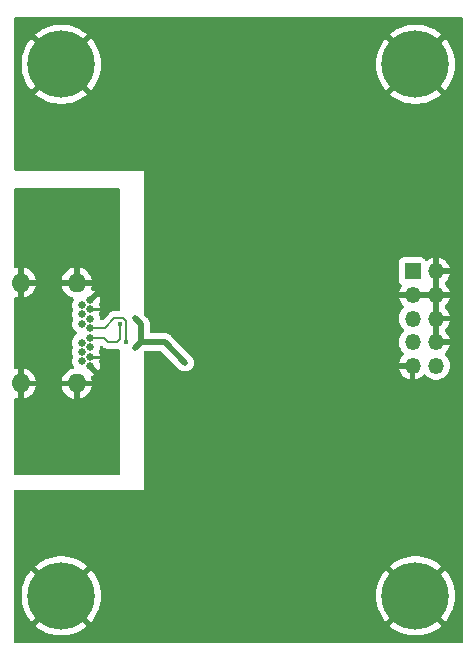
<source format=gbr>
%TF.GenerationSoftware,KiCad,Pcbnew,7.0.6-7.0.6~ubuntu22.04.1*%
%TF.CreationDate,2023-07-12T11:50:11+01:00*%
%TF.ProjectId,simple_2layer,73696d70-6c65-45f3-926c-617965722e6b,rev?*%
%TF.SameCoordinates,Original*%
%TF.FileFunction,Copper,L2,Bot*%
%TF.FilePolarity,Positive*%
%FSLAX46Y46*%
G04 Gerber Fmt 4.6, Leading zero omitted, Abs format (unit mm)*
G04 Created by KiCad (PCBNEW 7.0.6-7.0.6~ubuntu22.04.1) date 2023-07-12 11:50:11*
%MOMM*%
%LPD*%
G01*
G04 APERTURE LIST*
%TA.AperFunction,ComponentPad*%
%ADD10C,0.650000*%
%TD*%
%TA.AperFunction,ComponentPad*%
%ADD11O,1.600000X1.600000*%
%TD*%
%TA.AperFunction,ComponentPad*%
%ADD12C,3.600000*%
%TD*%
%TA.AperFunction,ConnectorPad*%
%ADD13C,5.700000*%
%TD*%
%TA.AperFunction,ComponentPad*%
%ADD14R,1.350000X1.350000*%
%TD*%
%TA.AperFunction,ComponentPad*%
%ADD15O,1.350000X1.350000*%
%TD*%
%TA.AperFunction,ViaPad*%
%ADD16C,0.400000*%
%TD*%
%TA.AperFunction,Conductor*%
%ADD17C,0.500000*%
%TD*%
%TA.AperFunction,Conductor*%
%ADD18C,0.200000*%
%TD*%
%TA.AperFunction,Conductor*%
%ADD19C,0.250000*%
%TD*%
G04 APERTURE END LIST*
D10*
%TO.P,J2,B3,TX2-*%
%TO.N,unconnected-(J2-TX2--PadB3)*%
X106760000Y-99350000D03*
%TO.P,J2,B8,SBU2*%
%TO.N,unconnected-(J2-SBU2-PadB8)*%
X106760000Y-96950000D03*
%TO.P,J2,B5,CC2*%
%TO.N,Net-(J2-CC2)*%
X106760000Y-98550000D03*
%TO.P,J2,B10,RX1-*%
%TO.N,unconnected-(J2-RX1--PadB10)*%
X106760000Y-96150000D03*
D11*
%TO.P,J2,S1,SHIELD*%
%TO.N,/Shield*%
X101580000Y-93480000D03*
D10*
%TO.P,J2,B1,GND*%
X107460000Y-100550000D03*
%TO.P,J2,B11,RX1+*%
%TO.N,unconnected-(J2-RX1+-PadB11)*%
X106760000Y-95350000D03*
%TO.P,J2,B7,D-*%
%TO.N,/D2-*%
X107460000Y-97350000D03*
D11*
%TO.P,J2,S1,SHIELD*%
%TO.N,/Shield*%
X106310000Y-102020000D03*
X101580000Y-102020000D03*
D10*
%TO.P,J2,B9,VBUS*%
%TO.N,Net-(U1-VUSB)*%
X107460000Y-96550000D03*
%TO.P,J2,B2,TX2+*%
%TO.N,unconnected-(J2-TX2+-PadB2)*%
X106760000Y-100150000D03*
%TO.P,J2,B12,GND*%
%TO.N,/Shield*%
X107460000Y-94950000D03*
%TO.P,J2,B4,VBUS*%
%TO.N,Net-(U1-VUSB)*%
X107460000Y-98950000D03*
%TO.P,J2,B6,D+*%
%TO.N,/D2+*%
X107460000Y-98150000D03*
%TO.P,J2,S1,SHIELD*%
%TO.N,/Shield*%
X107460000Y-95750000D03*
D11*
X106310000Y-93480000D03*
D10*
X107460000Y-99750000D03*
%TD*%
D12*
%TO.P,H3,1,1*%
%TO.N,GND*%
X105000000Y-120000000D03*
D13*
X105000000Y-120000000D03*
%TD*%
D12*
%TO.P,H2,1,1*%
%TO.N,GND*%
X135000000Y-75000000D03*
D13*
X135000000Y-75000000D03*
%TD*%
D12*
%TO.P,H1,1,1*%
%TO.N,GND*%
X105000000Y-75000000D03*
D13*
X105000000Y-75000000D03*
%TD*%
D12*
%TO.P,H4,1,1*%
%TO.N,GND*%
X135000000Y-120000000D03*
D13*
X135000000Y-120000000D03*
%TD*%
D14*
%TO.P,J1,1,Pin_1*%
%TO.N,unconnected-(J1-Pin_1-Pad1)*%
X134750000Y-92520000D03*
D15*
%TO.P,J1,2,Pin_2*%
%TO.N,GND*%
X136750000Y-92520000D03*
%TO.P,J1,3,Pin_3*%
X134750000Y-94520000D03*
%TO.P,J1,4,Pin_4*%
X136750000Y-94520000D03*
%TO.P,J1,5,Pin_5*%
%TO.N,/USB_D+*%
X134750000Y-96520000D03*
%TO.P,J1,6,Pin_6*%
%TO.N,GND*%
X136750000Y-96520000D03*
%TO.P,J1,7,Pin_7*%
%TO.N,/USB_D-*%
X134750000Y-98520000D03*
%TO.P,J1,8,Pin_8*%
%TO.N,GND*%
X136750000Y-98520000D03*
%TO.P,J1,9,Pin_9*%
X134750000Y-100520000D03*
%TO.P,J1,10,Pin_10*%
%TO.N,VBUS*%
X136750000Y-100520000D03*
%TD*%
D16*
%TO.N,GND*%
X135000000Y-90000000D03*
X130000000Y-95000000D03*
X125000000Y-95000000D03*
X120000000Y-95000000D03*
X110000000Y-120000000D03*
X105000000Y-115000000D03*
X110000000Y-115000000D03*
X115000000Y-120000000D03*
X120000000Y-120000000D03*
X125000000Y-120000000D03*
X130000000Y-120000000D03*
X135000000Y-115000000D03*
X130000000Y-115000000D03*
X125000000Y-115000000D03*
X120000000Y-115000000D03*
X115000000Y-115000000D03*
X115000000Y-110000000D03*
X120000000Y-110000000D03*
X125000000Y-110000000D03*
X130000000Y-110000000D03*
X135000000Y-110000000D03*
X135000000Y-105000000D03*
X130000000Y-105000000D03*
X125000000Y-105000000D03*
X120000000Y-105000000D03*
X115000000Y-105000000D03*
X130000000Y-90000000D03*
X125000000Y-90000000D03*
X120000000Y-90000000D03*
X115000000Y-90000000D03*
X105000000Y-80000000D03*
X115000000Y-85000000D03*
X120000000Y-85000000D03*
X125000000Y-85000000D03*
X130000000Y-85000000D03*
X135000000Y-85000000D03*
X130000000Y-80000000D03*
X125000000Y-80000000D03*
X120000000Y-80000000D03*
X115000000Y-80000000D03*
X110000000Y-80000000D03*
X130000000Y-75000000D03*
X125000000Y-75000000D03*
X120000000Y-75000000D03*
X115000000Y-75000000D03*
X110000000Y-75000000D03*
X117750000Y-99000000D03*
X117750000Y-96250000D03*
X115750000Y-96250000D03*
X119750000Y-96250000D03*
X121500000Y-96250000D03*
X123250000Y-96250000D03*
X125000000Y-96250000D03*
X126500000Y-96250000D03*
X132000000Y-96250000D03*
X128000000Y-96250000D03*
X129500000Y-96250000D03*
X130750000Y-96250000D03*
X133000000Y-96250000D03*
X133000000Y-99000000D03*
X132000000Y-99000000D03*
X130750000Y-99000000D03*
X129500000Y-99000000D03*
X128000000Y-99000000D03*
X126500000Y-99000000D03*
X125000000Y-99000000D03*
X123250000Y-99000000D03*
X121500000Y-99000000D03*
X119750000Y-99000000D03*
X115750000Y-99000000D03*
%TO.N,Net-(U1-VUSB)*%
X115500000Y-100250000D03*
X111225000Y-99005000D03*
X111250000Y-96500000D03*
%TO.N,/D2-*%
X110500042Y-98479034D03*
%TO.N,/D2+*%
X110000000Y-97020000D03*
%TD*%
D17*
%TO.N,Net-(U1-VUSB)*%
X115500000Y-100250000D02*
X113750000Y-98500000D01*
X113750000Y-98500000D02*
X111750000Y-98500000D01*
X111250000Y-96500000D02*
X111750000Y-97000000D01*
X111750000Y-97000000D02*
X111750000Y-98512463D01*
X111750000Y-98512463D02*
X111217463Y-99045000D01*
D18*
%TO.N,/D2-*%
X107460000Y-97330000D02*
X108670000Y-97330000D01*
X108670000Y-97330000D02*
X109500000Y-96500000D01*
X109500000Y-96500000D02*
X110250000Y-96500000D01*
X110500000Y-96750000D02*
X110500000Y-98500000D01*
X110250000Y-96500000D02*
X110500000Y-96750000D01*
D19*
%TO.N,/Shield*%
X107460000Y-95750000D02*
X108750000Y-95750000D01*
X107460000Y-99750000D02*
X108750000Y-99750000D01*
D18*
%TO.N,/D2+*%
X109000000Y-98500000D02*
X108630000Y-98130000D01*
X110000000Y-97000000D02*
X110000000Y-98250000D01*
X110000000Y-98250000D02*
X109750000Y-98500000D01*
X109750000Y-98500000D02*
X109000000Y-98500000D01*
X108630000Y-98130000D02*
X107460000Y-98130000D01*
%TD*%
%TA.AperFunction,Conductor*%
%TO.N,GND*%
G36*
X137000000Y-98204314D02*
G01*
X136988045Y-98192359D01*
X136875148Y-98134835D01*
X136781481Y-98120000D01*
X136718519Y-98120000D01*
X136624852Y-98134835D01*
X136511955Y-98192359D01*
X136500000Y-98204313D01*
X136500000Y-96835686D01*
X136511955Y-96847641D01*
X136624852Y-96905165D01*
X136718519Y-96920000D01*
X136781481Y-96920000D01*
X136875148Y-96905165D01*
X136988045Y-96847641D01*
X137000000Y-96835686D01*
X137000000Y-98204314D01*
G37*
%TD.AperFunction*%
%TA.AperFunction,Conductor*%
G36*
X137000000Y-96204314D02*
G01*
X136988045Y-96192359D01*
X136875148Y-96134835D01*
X136781481Y-96120000D01*
X136718519Y-96120000D01*
X136624852Y-96134835D01*
X136511955Y-96192359D01*
X136500000Y-96204313D01*
X136500000Y-94835686D01*
X136511955Y-94847641D01*
X136624852Y-94905165D01*
X136718519Y-94920000D01*
X136781481Y-94920000D01*
X136875148Y-94905165D01*
X136988045Y-94847641D01*
X137000000Y-94835686D01*
X137000000Y-96204314D01*
G37*
%TD.AperFunction*%
%TA.AperFunction,Conductor*%
G36*
X136422359Y-94281955D02*
G01*
X136364835Y-94394852D01*
X136345014Y-94520000D01*
X136364835Y-94645148D01*
X136422359Y-94758045D01*
X136434314Y-94770000D01*
X135065686Y-94770000D01*
X135077641Y-94758045D01*
X135135165Y-94645148D01*
X135154986Y-94520000D01*
X135135165Y-94394852D01*
X135077641Y-94281955D01*
X135065686Y-94270000D01*
X136434314Y-94270000D01*
X136422359Y-94281955D01*
G37*
%TD.AperFunction*%
%TA.AperFunction,Conductor*%
G36*
X137000000Y-94204314D02*
G01*
X136988045Y-94192359D01*
X136875148Y-94134835D01*
X136781481Y-94120000D01*
X136718519Y-94120000D01*
X136624852Y-94134835D01*
X136511955Y-94192359D01*
X136500000Y-94204314D01*
X136500000Y-92835686D01*
X136511955Y-92847641D01*
X136624852Y-92905165D01*
X136718519Y-92920000D01*
X136781481Y-92920000D01*
X136875148Y-92905165D01*
X136988045Y-92847641D01*
X137000000Y-92835686D01*
X137000000Y-94204314D01*
G37*
%TD.AperFunction*%
%TA.AperFunction,Conductor*%
G36*
X138943039Y-71019685D02*
G01*
X138988794Y-71072489D01*
X139000000Y-71124000D01*
X139000000Y-123876000D01*
X138980315Y-123943039D01*
X138927511Y-123988794D01*
X138876000Y-124000000D01*
X113000000Y-124000000D01*
X113000000Y-120000002D01*
X131645080Y-120000002D01*
X131664746Y-120362728D01*
X131723517Y-120721214D01*
X131723519Y-120721222D01*
X131820695Y-121071220D01*
X131820697Y-121071227D01*
X131955152Y-121408684D01*
X131955161Y-121408702D01*
X132125316Y-121729647D01*
X132125318Y-121729651D01*
X132329170Y-122030309D01*
X132329177Y-122030319D01*
X132460968Y-122185475D01*
X132460969Y-122185476D01*
X133702265Y-120944179D01*
X133865130Y-121134870D01*
X134055819Y-121297733D01*
X132811889Y-122541663D01*
X132811889Y-122541664D01*
X132828070Y-122556992D01*
X133117266Y-122776832D01*
X133117282Y-122776843D01*
X133428522Y-122964109D01*
X133428535Y-122964116D01*
X133758205Y-123116639D01*
X133758210Y-123116640D01*
X134102461Y-123232632D01*
X134457235Y-123310724D01*
X134818366Y-123349999D01*
X134818374Y-123350000D01*
X135181626Y-123350000D01*
X135181633Y-123349999D01*
X135542764Y-123310724D01*
X135897538Y-123232632D01*
X136241789Y-123116640D01*
X136241794Y-123116639D01*
X136571464Y-122964116D01*
X136571477Y-122964109D01*
X136882717Y-122776843D01*
X136882733Y-122776832D01*
X137171924Y-122556996D01*
X137188109Y-122541663D01*
X135944180Y-121297733D01*
X136134870Y-121134870D01*
X136297733Y-120944180D01*
X137539029Y-122185475D01*
X137539030Y-122185475D01*
X137670822Y-122030319D01*
X137670829Y-122030309D01*
X137874681Y-121729651D01*
X137874683Y-121729647D01*
X138044838Y-121408702D01*
X138044847Y-121408684D01*
X138179302Y-121071227D01*
X138179304Y-121071220D01*
X138276480Y-120721222D01*
X138276482Y-120721214D01*
X138335253Y-120362728D01*
X138354920Y-120000002D01*
X138354920Y-119999997D01*
X138335253Y-119637271D01*
X138276482Y-119278785D01*
X138276480Y-119278777D01*
X138179304Y-118928779D01*
X138179302Y-118928772D01*
X138044847Y-118591315D01*
X138044838Y-118591297D01*
X137874683Y-118270352D01*
X137874681Y-118270348D01*
X137670829Y-117969690D01*
X137670822Y-117969680D01*
X137539030Y-117814523D01*
X137539029Y-117814522D01*
X136297732Y-119055818D01*
X136134870Y-118865130D01*
X135944179Y-118702265D01*
X137188109Y-117458335D01*
X137188109Y-117458334D01*
X137171929Y-117443007D01*
X136882733Y-117223167D01*
X136882717Y-117223156D01*
X136571477Y-117035890D01*
X136571464Y-117035883D01*
X136241794Y-116883360D01*
X136241789Y-116883359D01*
X135897538Y-116767367D01*
X135542764Y-116689275D01*
X135181633Y-116650000D01*
X134818366Y-116650000D01*
X134457235Y-116689275D01*
X134102461Y-116767367D01*
X133758210Y-116883359D01*
X133758205Y-116883360D01*
X133428535Y-117035883D01*
X133428522Y-117035890D01*
X133117282Y-117223156D01*
X133117266Y-117223167D01*
X132828071Y-117443006D01*
X132828070Y-117443007D01*
X132811889Y-117458334D01*
X132811889Y-117458336D01*
X134055819Y-118702266D01*
X133865130Y-118865130D01*
X133702266Y-119055819D01*
X132460969Y-117814522D01*
X132329170Y-117969690D01*
X132329169Y-117969691D01*
X132125313Y-118270357D01*
X131955161Y-118591297D01*
X131955152Y-118591315D01*
X131820697Y-118928772D01*
X131820695Y-118928779D01*
X131723519Y-119278777D01*
X131723517Y-119278785D01*
X131664746Y-119637271D01*
X131645080Y-119999997D01*
X131645080Y-120000002D01*
X113000000Y-120000002D01*
X113000000Y-111000000D01*
X112000000Y-111000000D01*
X112000000Y-99375192D01*
X112019685Y-99308154D01*
X112036319Y-99287512D01*
X112037012Y-99286819D01*
X112098335Y-99253334D01*
X112124693Y-99250500D01*
X113387770Y-99250500D01*
X113454809Y-99270185D01*
X113475451Y-99286819D01*
X115000216Y-100811585D01*
X115000220Y-100811588D01*
X115000223Y-100811591D01*
X115103323Y-100893111D01*
X115262327Y-100967257D01*
X115434145Y-101002734D01*
X115609513Y-100997631D01*
X115778976Y-100952223D01*
X115933400Y-100868959D01*
X116064459Y-100752326D01*
X116165088Y-100608612D01*
X116196284Y-100530086D01*
X116229861Y-100445570D01*
X116229861Y-100445569D01*
X116229862Y-100445567D01*
X116255289Y-100271977D01*
X116239999Y-100097203D01*
X116184814Y-99930666D01*
X116092712Y-99781345D01*
X114831368Y-98520000D01*
X133569464Y-98520000D01*
X133589564Y-98736918D01*
X133589564Y-98736920D01*
X133589565Y-98736923D01*
X133609597Y-98807327D01*
X133649184Y-98946462D01*
X133746288Y-99141472D01*
X133877574Y-99315324D01*
X134001944Y-99428701D01*
X134038226Y-99488412D01*
X134036465Y-99558259D01*
X134001944Y-99611975D01*
X133877945Y-99725013D01*
X133746715Y-99898791D01*
X133649651Y-100093719D01*
X133599494Y-100269999D01*
X133599495Y-100270000D01*
X134434314Y-100270000D01*
X134422359Y-100281955D01*
X134364835Y-100394852D01*
X134345014Y-100520000D01*
X134364835Y-100645148D01*
X134422359Y-100758045D01*
X134434314Y-100770000D01*
X133599495Y-100770000D01*
X133649651Y-100946280D01*
X133746715Y-101141208D01*
X133877945Y-101314985D01*
X134038868Y-101461685D01*
X134224012Y-101576322D01*
X134224023Y-101576327D01*
X134427060Y-101654984D01*
X134500000Y-101668619D01*
X134500000Y-100835686D01*
X134511955Y-100847641D01*
X134624852Y-100905165D01*
X134718519Y-100920000D01*
X134781481Y-100920000D01*
X134875148Y-100905165D01*
X134988045Y-100847641D01*
X135000000Y-100835686D01*
X135000000Y-101668619D01*
X135072939Y-101654984D01*
X135275976Y-101576327D01*
X135275987Y-101576322D01*
X135461130Y-101461685D01*
X135461131Y-101461685D01*
X135622055Y-101314984D01*
X135650730Y-101277012D01*
X135706838Y-101235374D01*
X135776550Y-101230681D01*
X135837733Y-101264422D01*
X135848640Y-101277009D01*
X135867512Y-101302000D01*
X135877573Y-101315322D01*
X136038568Y-101462088D01*
X136038575Y-101462092D01*
X136038576Y-101462093D01*
X136223786Y-101576770D01*
X136223792Y-101576773D01*
X136246664Y-101585633D01*
X136426931Y-101655470D01*
X136641074Y-101695500D01*
X136641076Y-101695500D01*
X136858924Y-101695500D01*
X136858926Y-101695500D01*
X137073069Y-101655470D01*
X137276210Y-101576772D01*
X137461432Y-101462088D01*
X137622427Y-101315322D01*
X137753712Y-101141472D01*
X137850817Y-100946459D01*
X137910435Y-100736923D01*
X137930536Y-100520000D01*
X137910435Y-100303077D01*
X137850817Y-100093541D01*
X137753712Y-99898528D01*
X137686344Y-99809318D01*
X137622425Y-99724675D01*
X137498055Y-99611298D01*
X137461773Y-99551587D01*
X137463534Y-99481740D01*
X137498056Y-99428023D01*
X137622054Y-99314985D01*
X137753284Y-99141208D01*
X137850348Y-98946280D01*
X137900505Y-98770000D01*
X137065686Y-98770000D01*
X137077641Y-98758045D01*
X137135165Y-98645148D01*
X137154986Y-98520000D01*
X137135165Y-98394852D01*
X137077641Y-98281955D01*
X137065686Y-98270000D01*
X137900505Y-98270000D01*
X137900505Y-98269999D01*
X137850348Y-98093719D01*
X137753284Y-97898791D01*
X137622056Y-97725017D01*
X137497684Y-97611638D01*
X137461403Y-97551927D01*
X137463163Y-97482079D01*
X137497684Y-97428362D01*
X137622056Y-97314982D01*
X137753284Y-97141208D01*
X137850348Y-96946280D01*
X137900505Y-96770000D01*
X137065686Y-96770000D01*
X137077641Y-96758045D01*
X137135165Y-96645148D01*
X137154986Y-96520000D01*
X137135165Y-96394852D01*
X137077641Y-96281955D01*
X137065686Y-96270000D01*
X137900505Y-96270000D01*
X137900505Y-96269999D01*
X137850348Y-96093719D01*
X137753284Y-95898791D01*
X137622056Y-95725017D01*
X137497684Y-95611638D01*
X137461403Y-95551927D01*
X137463163Y-95482079D01*
X137497684Y-95428362D01*
X137622056Y-95314982D01*
X137753284Y-95141208D01*
X137850348Y-94946280D01*
X137900505Y-94770000D01*
X137065686Y-94770000D01*
X137077641Y-94758045D01*
X137135165Y-94645148D01*
X137154986Y-94520000D01*
X137135165Y-94394852D01*
X137077641Y-94281955D01*
X137065686Y-94270000D01*
X137900505Y-94270000D01*
X137900505Y-94269999D01*
X137850348Y-94093719D01*
X137753284Y-93898791D01*
X137622056Y-93725017D01*
X137497684Y-93611638D01*
X137461403Y-93551927D01*
X137463163Y-93482079D01*
X137497684Y-93428362D01*
X137622056Y-93314982D01*
X137753284Y-93141208D01*
X137850348Y-92946280D01*
X137900505Y-92770000D01*
X137065686Y-92770000D01*
X137077641Y-92758045D01*
X137135165Y-92645148D01*
X137154986Y-92520000D01*
X137135165Y-92394852D01*
X137077641Y-92281955D01*
X137065686Y-92270000D01*
X137900505Y-92270000D01*
X137900505Y-92269999D01*
X137850348Y-92093719D01*
X137753284Y-91898791D01*
X137622054Y-91725014D01*
X137461131Y-91578314D01*
X137275987Y-91463677D01*
X137275985Y-91463676D01*
X137072931Y-91385013D01*
X137072921Y-91385010D01*
X137000001Y-91371378D01*
X137000000Y-91371379D01*
X137000000Y-92204313D01*
X136988045Y-92192359D01*
X136875148Y-92134835D01*
X136781481Y-92120000D01*
X136718519Y-92120000D01*
X136624852Y-92134835D01*
X136511955Y-92192359D01*
X136500000Y-92204314D01*
X136500000Y-91371379D01*
X136499998Y-91371378D01*
X136427078Y-91385010D01*
X136427068Y-91385013D01*
X136224014Y-91463676D01*
X136224012Y-91463677D01*
X136038869Y-91578314D01*
X136038868Y-91578314D01*
X136027887Y-91588325D01*
X135965082Y-91618940D01*
X135895695Y-91610740D01*
X135845086Y-91570997D01*
X135782546Y-91487454D01*
X135750783Y-91463676D01*
X135667335Y-91401206D01*
X135667328Y-91401202D01*
X135532482Y-91350908D01*
X135532483Y-91350908D01*
X135472883Y-91344501D01*
X135472881Y-91344500D01*
X135472873Y-91344500D01*
X135472864Y-91344500D01*
X134027129Y-91344500D01*
X134027123Y-91344501D01*
X133967516Y-91350908D01*
X133832671Y-91401202D01*
X133832664Y-91401206D01*
X133717455Y-91487452D01*
X133717452Y-91487455D01*
X133631206Y-91602664D01*
X133631202Y-91602671D01*
X133580908Y-91737517D01*
X133574501Y-91797116D01*
X133574500Y-91797135D01*
X133574500Y-93242870D01*
X133574501Y-93242876D01*
X133580908Y-93302483D01*
X133631202Y-93437328D01*
X133631206Y-93437335D01*
X133717452Y-93552544D01*
X133717455Y-93552547D01*
X133803504Y-93616964D01*
X133845375Y-93672898D01*
X133850359Y-93742589D01*
X133828148Y-93790956D01*
X133746714Y-93898792D01*
X133649651Y-94093719D01*
X133599494Y-94269999D01*
X133599495Y-94270000D01*
X134434314Y-94270000D01*
X134422359Y-94281955D01*
X134364835Y-94394852D01*
X134345014Y-94520000D01*
X134364835Y-94645148D01*
X134422359Y-94758045D01*
X134434314Y-94770000D01*
X133599495Y-94770000D01*
X133649651Y-94946280D01*
X133746715Y-95141208D01*
X133877943Y-95314982D01*
X134001944Y-95428023D01*
X134038225Y-95487734D01*
X134036465Y-95557582D01*
X134001944Y-95611298D01*
X133877574Y-95724675D01*
X133746288Y-95898527D01*
X133649184Y-96093537D01*
X133649182Y-96093541D01*
X133649183Y-96093541D01*
X133598977Y-96269999D01*
X133589564Y-96303081D01*
X133569464Y-96519999D01*
X133569464Y-96520000D01*
X133589564Y-96736918D01*
X133589564Y-96736920D01*
X133589565Y-96736923D01*
X133649132Y-96946280D01*
X133649184Y-96946462D01*
X133746288Y-97141472D01*
X133877574Y-97315324D01*
X134001572Y-97428363D01*
X134037854Y-97488074D01*
X134036093Y-97557922D01*
X134001572Y-97611637D01*
X133877574Y-97724675D01*
X133746288Y-97898527D01*
X133649184Y-98093537D01*
X133649182Y-98093541D01*
X133649183Y-98093541D01*
X133598977Y-98269999D01*
X133589564Y-98303081D01*
X133569464Y-98519999D01*
X133569464Y-98520000D01*
X114831368Y-98520000D01*
X114325729Y-98014361D01*
X114313949Y-98000730D01*
X114306482Y-97990701D01*
X114299612Y-97981472D01*
X114299610Y-97981470D01*
X114259587Y-97947886D01*
X114255612Y-97944244D01*
X114252690Y-97941322D01*
X114249780Y-97938411D01*
X114224040Y-97918059D01*
X114165209Y-97868694D01*
X114159180Y-97864729D01*
X114159212Y-97864680D01*
X114152853Y-97860628D01*
X114152822Y-97860679D01*
X114146680Y-97856891D01*
X114146678Y-97856890D01*
X114146677Y-97856889D01*
X114107474Y-97838608D01*
X114077058Y-97824424D01*
X114042894Y-97807267D01*
X114008433Y-97789960D01*
X114008431Y-97789959D01*
X114008430Y-97789959D01*
X114001645Y-97787489D01*
X114001665Y-97787433D01*
X113994549Y-97784959D01*
X113994531Y-97785015D01*
X113987671Y-97782742D01*
X113952959Y-97775575D01*
X113912434Y-97767207D01*
X113863472Y-97755603D01*
X113837719Y-97749499D01*
X113830547Y-97748661D01*
X113830553Y-97748601D01*
X113823055Y-97747835D01*
X113823050Y-97747895D01*
X113815860Y-97747265D01*
X113739083Y-97749500D01*
X112624500Y-97749500D01*
X112557461Y-97729815D01*
X112511706Y-97677011D01*
X112500500Y-97625500D01*
X112500500Y-97063705D01*
X112501809Y-97045735D01*
X112502129Y-97043547D01*
X112505289Y-97021977D01*
X112500735Y-96969931D01*
X112500500Y-96964528D01*
X112500500Y-96956297D01*
X112500500Y-96956291D01*
X112496693Y-96923724D01*
X112496367Y-96920000D01*
X112489999Y-96847201D01*
X112488539Y-96840129D01*
X112488597Y-96840116D01*
X112486965Y-96832757D01*
X112486906Y-96832772D01*
X112485242Y-96825753D01*
X112485241Y-96825745D01*
X112458974Y-96753576D01*
X112434814Y-96680666D01*
X112434809Y-96680659D01*
X112431760Y-96674118D01*
X112431815Y-96674091D01*
X112428533Y-96667313D01*
X112428480Y-96667340D01*
X112425235Y-96660880D01*
X112383028Y-96596708D01*
X112342710Y-96531342D01*
X112338234Y-96525682D01*
X112338281Y-96525644D01*
X112333519Y-96519799D01*
X112333474Y-96519838D01*
X112328834Y-96514309D01*
X112328832Y-96514307D01*
X112328830Y-96514304D01*
X112298061Y-96485275D01*
X112272966Y-96461598D01*
X112036319Y-96224951D01*
X112002834Y-96163628D01*
X112000000Y-96137270D01*
X112000000Y-84000000D01*
X113000000Y-84000000D01*
X113000000Y-75000002D01*
X131645080Y-75000002D01*
X131664746Y-75362728D01*
X131723517Y-75721214D01*
X131723519Y-75721222D01*
X131820695Y-76071220D01*
X131820697Y-76071227D01*
X131955152Y-76408684D01*
X131955161Y-76408702D01*
X132125316Y-76729647D01*
X132125318Y-76729651D01*
X132329170Y-77030309D01*
X132329177Y-77030319D01*
X132460968Y-77185475D01*
X132460969Y-77185476D01*
X133702265Y-75944179D01*
X133865130Y-76134870D01*
X134055819Y-76297733D01*
X132811889Y-77541663D01*
X132811889Y-77541664D01*
X132828070Y-77556992D01*
X133117266Y-77776832D01*
X133117282Y-77776843D01*
X133428522Y-77964109D01*
X133428535Y-77964116D01*
X133758205Y-78116639D01*
X133758210Y-78116640D01*
X134102461Y-78232632D01*
X134457235Y-78310724D01*
X134818366Y-78349999D01*
X134818374Y-78350000D01*
X135181626Y-78350000D01*
X135181633Y-78349999D01*
X135542764Y-78310724D01*
X135897538Y-78232632D01*
X136241789Y-78116640D01*
X136241794Y-78116639D01*
X136571464Y-77964116D01*
X136571477Y-77964109D01*
X136882717Y-77776843D01*
X136882733Y-77776832D01*
X137171924Y-77556996D01*
X137188109Y-77541663D01*
X135944180Y-76297733D01*
X136134870Y-76134870D01*
X136297733Y-75944180D01*
X137539029Y-77185475D01*
X137539030Y-77185475D01*
X137670822Y-77030319D01*
X137670829Y-77030309D01*
X137874681Y-76729651D01*
X137874683Y-76729647D01*
X138044838Y-76408702D01*
X138044847Y-76408684D01*
X138179302Y-76071227D01*
X138179304Y-76071220D01*
X138276480Y-75721222D01*
X138276482Y-75721214D01*
X138335253Y-75362728D01*
X138354920Y-75000002D01*
X138354920Y-74999997D01*
X138335253Y-74637271D01*
X138276482Y-74278785D01*
X138276480Y-74278777D01*
X138179304Y-73928779D01*
X138179302Y-73928772D01*
X138044847Y-73591315D01*
X138044838Y-73591297D01*
X137874683Y-73270352D01*
X137874681Y-73270348D01*
X137670829Y-72969690D01*
X137670822Y-72969680D01*
X137539030Y-72814523D01*
X137539029Y-72814522D01*
X136297732Y-74055818D01*
X136134870Y-73865130D01*
X135944179Y-73702265D01*
X137188109Y-72458335D01*
X137188109Y-72458334D01*
X137171929Y-72443007D01*
X136882733Y-72223167D01*
X136882717Y-72223156D01*
X136571477Y-72035890D01*
X136571464Y-72035883D01*
X136241794Y-71883360D01*
X136241789Y-71883359D01*
X135897538Y-71767367D01*
X135542764Y-71689275D01*
X135181633Y-71650000D01*
X134818366Y-71650000D01*
X134457235Y-71689275D01*
X134102461Y-71767367D01*
X133758210Y-71883359D01*
X133758205Y-71883360D01*
X133428535Y-72035883D01*
X133428522Y-72035890D01*
X133117282Y-72223156D01*
X133117266Y-72223167D01*
X132828071Y-72443006D01*
X132828070Y-72443007D01*
X132811889Y-72458334D01*
X132811889Y-72458336D01*
X134055819Y-73702266D01*
X133865130Y-73865130D01*
X133702266Y-74055819D01*
X132460969Y-72814522D01*
X132329170Y-72969690D01*
X132329169Y-72969691D01*
X132125313Y-73270357D01*
X131955161Y-73591297D01*
X131955152Y-73591315D01*
X131820697Y-73928772D01*
X131820695Y-73928779D01*
X131723519Y-74278777D01*
X131723517Y-74278785D01*
X131664746Y-74637271D01*
X131645080Y-74999997D01*
X131645080Y-75000002D01*
X113000000Y-75000002D01*
X113000000Y-71000000D01*
X138876000Y-71000000D01*
X138943039Y-71019685D01*
G37*
%TD.AperFunction*%
%TD*%
%TA.AperFunction,Conductor*%
%TO.N,GND*%
G36*
X113000000Y-124000000D02*
G01*
X112000000Y-124000000D01*
X101124000Y-124000000D01*
X101056961Y-123980315D01*
X101011206Y-123927511D01*
X101000000Y-123876000D01*
X101000000Y-120000002D01*
X101645080Y-120000002D01*
X101664746Y-120362728D01*
X101723517Y-120721214D01*
X101723519Y-120721222D01*
X101820695Y-121071220D01*
X101820697Y-121071227D01*
X101955152Y-121408684D01*
X101955161Y-121408702D01*
X102125316Y-121729647D01*
X102125318Y-121729651D01*
X102329170Y-122030309D01*
X102329177Y-122030319D01*
X102460968Y-122185475D01*
X102460969Y-122185476D01*
X103702265Y-120944179D01*
X103865130Y-121134870D01*
X104055819Y-121297733D01*
X102811889Y-122541663D01*
X102811889Y-122541664D01*
X102828070Y-122556992D01*
X103117266Y-122776832D01*
X103117282Y-122776843D01*
X103428522Y-122964109D01*
X103428535Y-122964116D01*
X103758205Y-123116639D01*
X103758210Y-123116640D01*
X104102461Y-123232632D01*
X104457235Y-123310724D01*
X104818366Y-123349999D01*
X104818374Y-123350000D01*
X105181626Y-123350000D01*
X105181633Y-123349999D01*
X105542764Y-123310724D01*
X105897538Y-123232632D01*
X106241789Y-123116640D01*
X106241794Y-123116639D01*
X106571464Y-122964116D01*
X106571477Y-122964109D01*
X106882717Y-122776843D01*
X106882733Y-122776832D01*
X107171924Y-122556996D01*
X107188109Y-122541663D01*
X105944180Y-121297733D01*
X106134870Y-121134870D01*
X106297733Y-120944180D01*
X107539029Y-122185475D01*
X107539030Y-122185475D01*
X107670822Y-122030319D01*
X107670829Y-122030309D01*
X107874681Y-121729651D01*
X107874683Y-121729647D01*
X108044838Y-121408702D01*
X108044847Y-121408684D01*
X108179302Y-121071227D01*
X108179304Y-121071220D01*
X108276480Y-120721222D01*
X108276482Y-120721214D01*
X108335253Y-120362728D01*
X108354920Y-120000002D01*
X108354920Y-119999997D01*
X108335253Y-119637271D01*
X108276482Y-119278785D01*
X108276480Y-119278777D01*
X108179304Y-118928779D01*
X108179302Y-118928772D01*
X108044847Y-118591315D01*
X108044838Y-118591297D01*
X107874683Y-118270352D01*
X107874681Y-118270348D01*
X107670829Y-117969690D01*
X107670822Y-117969680D01*
X107539030Y-117814523D01*
X107539029Y-117814522D01*
X106297732Y-119055818D01*
X106134870Y-118865130D01*
X105944179Y-118702265D01*
X107188109Y-117458335D01*
X107188109Y-117458334D01*
X107171929Y-117443007D01*
X106882733Y-117223167D01*
X106882717Y-117223156D01*
X106571477Y-117035890D01*
X106571464Y-117035883D01*
X106241794Y-116883360D01*
X106241789Y-116883359D01*
X105897538Y-116767367D01*
X105542764Y-116689275D01*
X105181633Y-116650000D01*
X104818366Y-116650000D01*
X104457235Y-116689275D01*
X104102461Y-116767367D01*
X103758210Y-116883359D01*
X103758205Y-116883360D01*
X103428535Y-117035883D01*
X103428522Y-117035890D01*
X103117282Y-117223156D01*
X103117266Y-117223167D01*
X102828071Y-117443006D01*
X102828070Y-117443007D01*
X102811889Y-117458334D01*
X102811889Y-117458336D01*
X104055819Y-118702266D01*
X103865130Y-118865130D01*
X103702266Y-119055819D01*
X102460969Y-117814522D01*
X102329170Y-117969690D01*
X102329169Y-117969691D01*
X102125313Y-118270357D01*
X101955161Y-118591297D01*
X101955152Y-118591315D01*
X101820697Y-118928772D01*
X101820695Y-118928779D01*
X101723519Y-119278777D01*
X101723517Y-119278785D01*
X101664746Y-119637271D01*
X101645080Y-119999997D01*
X101645080Y-120000002D01*
X101000000Y-120000002D01*
X101000000Y-111124000D01*
X101019685Y-111056961D01*
X101072489Y-111011206D01*
X101124000Y-111000000D01*
X112000000Y-111000000D01*
X113000000Y-111000000D01*
X113000000Y-124000000D01*
G37*
%TD.AperFunction*%
%TD*%
%TA.AperFunction,Conductor*%
%TO.N,GND*%
G36*
X113000000Y-84000000D02*
G01*
X101124000Y-84000000D01*
X101056961Y-83980315D01*
X101011206Y-83927511D01*
X101000000Y-83876000D01*
X101000000Y-75000002D01*
X101645080Y-75000002D01*
X101664746Y-75362728D01*
X101723517Y-75721214D01*
X101723519Y-75721222D01*
X101820695Y-76071220D01*
X101820697Y-76071227D01*
X101955152Y-76408684D01*
X101955161Y-76408702D01*
X102125316Y-76729647D01*
X102125318Y-76729651D01*
X102329170Y-77030309D01*
X102329177Y-77030319D01*
X102460968Y-77185475D01*
X102460969Y-77185476D01*
X103702265Y-75944179D01*
X103865130Y-76134870D01*
X104055819Y-76297733D01*
X102811889Y-77541663D01*
X102811889Y-77541664D01*
X102828070Y-77556992D01*
X103117266Y-77776832D01*
X103117282Y-77776843D01*
X103428522Y-77964109D01*
X103428535Y-77964116D01*
X103758205Y-78116639D01*
X103758210Y-78116640D01*
X104102461Y-78232632D01*
X104457235Y-78310724D01*
X104818366Y-78349999D01*
X104818374Y-78350000D01*
X105181626Y-78350000D01*
X105181633Y-78349999D01*
X105542764Y-78310724D01*
X105897538Y-78232632D01*
X106241789Y-78116640D01*
X106241794Y-78116639D01*
X106571464Y-77964116D01*
X106571477Y-77964109D01*
X106882717Y-77776843D01*
X106882733Y-77776832D01*
X107171924Y-77556996D01*
X107188109Y-77541663D01*
X105944180Y-76297733D01*
X106134870Y-76134870D01*
X106297733Y-75944180D01*
X107539029Y-77185475D01*
X107539030Y-77185475D01*
X107670822Y-77030319D01*
X107670829Y-77030309D01*
X107874681Y-76729651D01*
X107874683Y-76729647D01*
X108044838Y-76408702D01*
X108044847Y-76408684D01*
X108179302Y-76071227D01*
X108179304Y-76071220D01*
X108276480Y-75721222D01*
X108276482Y-75721214D01*
X108335253Y-75362728D01*
X108354920Y-75000002D01*
X108354920Y-74999997D01*
X108335253Y-74637271D01*
X108276482Y-74278785D01*
X108276480Y-74278777D01*
X108179304Y-73928779D01*
X108179302Y-73928772D01*
X108044847Y-73591315D01*
X108044838Y-73591297D01*
X107874683Y-73270352D01*
X107874681Y-73270348D01*
X107670829Y-72969690D01*
X107670822Y-72969680D01*
X107539030Y-72814523D01*
X107539029Y-72814522D01*
X106297732Y-74055818D01*
X106134870Y-73865130D01*
X105944179Y-73702265D01*
X107188109Y-72458335D01*
X107188109Y-72458334D01*
X107171929Y-72443007D01*
X106882733Y-72223167D01*
X106882717Y-72223156D01*
X106571477Y-72035890D01*
X106571464Y-72035883D01*
X106241794Y-71883360D01*
X106241789Y-71883359D01*
X105897538Y-71767367D01*
X105542764Y-71689275D01*
X105181633Y-71650000D01*
X104818366Y-71650000D01*
X104457235Y-71689275D01*
X104102461Y-71767367D01*
X103758210Y-71883359D01*
X103758205Y-71883360D01*
X103428535Y-72035883D01*
X103428522Y-72035890D01*
X103117282Y-72223156D01*
X103117266Y-72223167D01*
X102828071Y-72443006D01*
X102828070Y-72443007D01*
X102811889Y-72458334D01*
X102811889Y-72458336D01*
X104055819Y-73702266D01*
X103865130Y-73865130D01*
X103702266Y-74055819D01*
X102460969Y-72814522D01*
X102329170Y-72969690D01*
X102329169Y-72969691D01*
X102125313Y-73270357D01*
X101955161Y-73591297D01*
X101955152Y-73591315D01*
X101820697Y-73928772D01*
X101820695Y-73928779D01*
X101723519Y-74278777D01*
X101723517Y-74278785D01*
X101664746Y-74637271D01*
X101645080Y-74999997D01*
X101645080Y-75000002D01*
X101000000Y-75000002D01*
X101000000Y-71124000D01*
X101019685Y-71056961D01*
X101072489Y-71011206D01*
X101124000Y-71000000D01*
X113000000Y-71000000D01*
X113000000Y-84000000D01*
G37*
%TD.AperFunction*%
%TD*%
%TA.AperFunction,Conductor*%
%TO.N,/Shield*%
G36*
X109943039Y-85519685D02*
G01*
X109988794Y-85572489D01*
X110000000Y-85624000D01*
X110000000Y-95775500D01*
X109980315Y-95842539D01*
X109927511Y-95888294D01*
X109876000Y-95899500D01*
X109543428Y-95899500D01*
X109535329Y-95898969D01*
X109500000Y-95894318D01*
X109460639Y-95899500D01*
X109343239Y-95914955D01*
X109343237Y-95914956D01*
X109197157Y-95975464D01*
X109071719Y-96071716D01*
X109050019Y-96099994D01*
X109044668Y-96106096D01*
X108501157Y-96649607D01*
X108439834Y-96683092D01*
X108370143Y-96678108D01*
X108314209Y-96636237D01*
X108289792Y-96570772D01*
X108290047Y-96555527D01*
X108290047Y-96550003D01*
X108290047Y-96550000D01*
X108271908Y-96377424D01*
X108218286Y-96212389D01*
X108217771Y-96211497D01*
X108217629Y-96210914D01*
X108215644Y-96206455D01*
X108216459Y-96206091D01*
X108201300Y-96143596D01*
X108215956Y-96093685D01*
X108215184Y-96093341D01*
X108217751Y-96087575D01*
X108217776Y-96087491D01*
X108217827Y-96087401D01*
X108271414Y-95922476D01*
X108271415Y-95922473D01*
X108289543Y-95749999D01*
X108271415Y-95577526D01*
X108271414Y-95577523D01*
X108217828Y-95412599D01*
X108217487Y-95412009D01*
X108217393Y-95411623D01*
X108215185Y-95406664D01*
X108216091Y-95406260D01*
X108201009Y-95344111D01*
X108215832Y-95293624D01*
X108215185Y-95293336D01*
X108217335Y-95288505D01*
X108217487Y-95287991D01*
X108217828Y-95287400D01*
X108271414Y-95122476D01*
X108271415Y-95122473D01*
X108289543Y-94949999D01*
X108271415Y-94777526D01*
X108271414Y-94777523D01*
X108217826Y-94612595D01*
X108193349Y-94570202D01*
X107717604Y-95045947D01*
X107656281Y-95079432D01*
X107620871Y-95076899D01*
X107660000Y-94995649D01*
X107660000Y-94904351D01*
X107620387Y-94822095D01*
X107549008Y-94765173D01*
X107482532Y-94750000D01*
X107437468Y-94750000D01*
X107370992Y-94765173D01*
X107369761Y-94766153D01*
X107367651Y-94761755D01*
X107376277Y-94692420D01*
X107402350Y-94654095D01*
X107840231Y-94216215D01*
X107716340Y-94161056D01*
X107716342Y-94161056D01*
X107605401Y-94137475D01*
X107543920Y-94104282D01*
X107510144Y-94043119D01*
X107514796Y-93973404D01*
X107518801Y-93963780D01*
X107536266Y-93926326D01*
X107536269Y-93926317D01*
X107588872Y-93730000D01*
X106855882Y-93730000D01*
X106894556Y-93636631D01*
X106915177Y-93480000D01*
X106894556Y-93323369D01*
X106855882Y-93230000D01*
X107588872Y-93230000D01*
X107588872Y-93229999D01*
X107536269Y-93033682D01*
X107536265Y-93033673D01*
X107440134Y-92827517D01*
X107309657Y-92641179D01*
X107148820Y-92480342D01*
X106962482Y-92349865D01*
X106756328Y-92253734D01*
X106560000Y-92201127D01*
X106560000Y-92934118D01*
X106466631Y-92895444D01*
X106349323Y-92880000D01*
X106270677Y-92880000D01*
X106153369Y-92895444D01*
X106059999Y-92934118D01*
X106059999Y-92201127D01*
X105863672Y-92253734D01*
X105657517Y-92349865D01*
X105471179Y-92480342D01*
X105310342Y-92641179D01*
X105179865Y-92827517D01*
X105083734Y-93033673D01*
X105083730Y-93033682D01*
X105031127Y-93229999D01*
X105031128Y-93230000D01*
X105764118Y-93230000D01*
X105725444Y-93323369D01*
X105704823Y-93480000D01*
X105725444Y-93636631D01*
X105764118Y-93730000D01*
X105031128Y-93730000D01*
X105083730Y-93926317D01*
X105083734Y-93926326D01*
X105179865Y-94132482D01*
X105310342Y-94318820D01*
X105471179Y-94479657D01*
X105657517Y-94610134D01*
X105863673Y-94706265D01*
X105863682Y-94706269D01*
X105980187Y-94737486D01*
X106039848Y-94773851D01*
X106070377Y-94836697D01*
X106062083Y-94906073D01*
X106055482Y-94919260D01*
X106001712Y-95012392D01*
X105965946Y-95122473D01*
X105948092Y-95177424D01*
X105929953Y-95350000D01*
X105948092Y-95522576D01*
X105948093Y-95522579D01*
X106001713Y-95687610D01*
X106001717Y-95687620D01*
X106001944Y-95688012D01*
X106002005Y-95688267D01*
X106004359Y-95693553D01*
X106003391Y-95693983D01*
X106018409Y-95755914D01*
X106003662Y-95806136D01*
X106004359Y-95806447D01*
X106002044Y-95811646D01*
X106001944Y-95811988D01*
X106001717Y-95812379D01*
X106001713Y-95812389D01*
X105961932Y-95934827D01*
X105948092Y-95977424D01*
X105929953Y-96150000D01*
X105948092Y-96322576D01*
X105948093Y-96322579D01*
X106001713Y-96487610D01*
X106001717Y-96487620D01*
X106001944Y-96488012D01*
X106002005Y-96488267D01*
X106004359Y-96493553D01*
X106003391Y-96493983D01*
X106018409Y-96555914D01*
X106003662Y-96606136D01*
X106004359Y-96606447D01*
X106002044Y-96611646D01*
X106001944Y-96611988D01*
X106001717Y-96612379D01*
X106001713Y-96612389D01*
X105963663Y-96729500D01*
X105948092Y-96777424D01*
X105929953Y-96950000D01*
X105948092Y-97122576D01*
X105948093Y-97122579D01*
X106001712Y-97287608D01*
X106088477Y-97437887D01*
X106088476Y-97437887D01*
X106088478Y-97437889D01*
X106204590Y-97566845D01*
X106318605Y-97649682D01*
X106361270Y-97705012D01*
X106367249Y-97774626D01*
X106334643Y-97836421D01*
X106318605Y-97850318D01*
X106204588Y-97933156D01*
X106088477Y-98062112D01*
X106001712Y-98212391D01*
X105969946Y-98310162D01*
X105948092Y-98377424D01*
X105929953Y-98550000D01*
X105948092Y-98722576D01*
X105948093Y-98722579D01*
X106001713Y-98887610D01*
X106001717Y-98887620D01*
X106001944Y-98888012D01*
X106002005Y-98888267D01*
X106004359Y-98893553D01*
X106003391Y-98893983D01*
X106018409Y-98955914D01*
X106003662Y-99006136D01*
X106004359Y-99006447D01*
X106002044Y-99011646D01*
X106001944Y-99011988D01*
X106001717Y-99012379D01*
X106001713Y-99012389D01*
X105957532Y-99148369D01*
X105948092Y-99177424D01*
X105929953Y-99350000D01*
X105948092Y-99522576D01*
X105948093Y-99522579D01*
X106001713Y-99687610D01*
X106001717Y-99687620D01*
X106001944Y-99688012D01*
X106002005Y-99688267D01*
X106004359Y-99693553D01*
X106003391Y-99693983D01*
X106018409Y-99755914D01*
X106003662Y-99806136D01*
X106004359Y-99806447D01*
X106002044Y-99811646D01*
X106001944Y-99811988D01*
X106001717Y-99812379D01*
X106001713Y-99812389D01*
X105965946Y-99922473D01*
X105948092Y-99977424D01*
X105929953Y-100150000D01*
X105948092Y-100322576D01*
X105948093Y-100322579D01*
X106001712Y-100487608D01*
X106055481Y-100580738D01*
X106071954Y-100648638D01*
X106049101Y-100714665D01*
X105994180Y-100757856D01*
X105980188Y-100762513D01*
X105863680Y-100793731D01*
X105863673Y-100793734D01*
X105657517Y-100889865D01*
X105471179Y-101020342D01*
X105310342Y-101181179D01*
X105179865Y-101367517D01*
X105083734Y-101573673D01*
X105083730Y-101573682D01*
X105031127Y-101769999D01*
X105031128Y-101770000D01*
X105764118Y-101770000D01*
X105725444Y-101863369D01*
X105704823Y-102020000D01*
X105725444Y-102176631D01*
X105764118Y-102270000D01*
X105031128Y-102270000D01*
X105083730Y-102466317D01*
X105083734Y-102466326D01*
X105179865Y-102672482D01*
X105310342Y-102858820D01*
X105471179Y-103019657D01*
X105657517Y-103150134D01*
X105863673Y-103246265D01*
X105863679Y-103246268D01*
X106059998Y-103298871D01*
X106059999Y-103298871D01*
X106059999Y-102565881D01*
X106153369Y-102604556D01*
X106270677Y-102620000D01*
X106349323Y-102620000D01*
X106466631Y-102604556D01*
X106560000Y-102565881D01*
X106560000Y-103298872D01*
X106756317Y-103246269D01*
X106756326Y-103246265D01*
X106962482Y-103150134D01*
X107148820Y-103019657D01*
X107309657Y-102858820D01*
X107440134Y-102672482D01*
X107536265Y-102466326D01*
X107536269Y-102466317D01*
X107588872Y-102270000D01*
X106855882Y-102270000D01*
X106894556Y-102176631D01*
X106915177Y-102020000D01*
X106894556Y-101863369D01*
X106855882Y-101770000D01*
X107588872Y-101770000D01*
X107588872Y-101769999D01*
X107536269Y-101573682D01*
X107536264Y-101573668D01*
X107518801Y-101536218D01*
X107508309Y-101467141D01*
X107536829Y-101403357D01*
X107595306Y-101365118D01*
X107605402Y-101362524D01*
X107716342Y-101338943D01*
X107716347Y-101338941D01*
X107840230Y-101283784D01*
X107840230Y-101283783D01*
X107402350Y-100845903D01*
X107368865Y-100784580D01*
X107372400Y-100735148D01*
X107437468Y-100750000D01*
X107482532Y-100750000D01*
X107549008Y-100734827D01*
X107620387Y-100677905D01*
X107660000Y-100595649D01*
X107660000Y-100504351D01*
X107620387Y-100422095D01*
X107618726Y-100420770D01*
X107628687Y-100417738D01*
X107695919Y-100436753D01*
X107717604Y-100454051D01*
X108193350Y-100929797D01*
X108217827Y-100887402D01*
X108271414Y-100722476D01*
X108271415Y-100722473D01*
X108289543Y-100549999D01*
X108271415Y-100377526D01*
X108271414Y-100377523D01*
X108217828Y-100212599D01*
X108217487Y-100212009D01*
X108217393Y-100211623D01*
X108215185Y-100206664D01*
X108216091Y-100206260D01*
X108201009Y-100144111D01*
X108215832Y-100093624D01*
X108215185Y-100093336D01*
X108217335Y-100088505D01*
X108217487Y-100087991D01*
X108217828Y-100087400D01*
X108271414Y-99922476D01*
X108271415Y-99922473D01*
X108289543Y-99749999D01*
X108271415Y-99577526D01*
X108271414Y-99577523D01*
X108217826Y-99412595D01*
X108217772Y-99412501D01*
X108217756Y-99412438D01*
X108215184Y-99406660D01*
X108216240Y-99406189D01*
X108201299Y-99344601D01*
X108216216Y-99293804D01*
X108215642Y-99293549D01*
X108217548Y-99289266D01*
X108217775Y-99288496D01*
X108218286Y-99287611D01*
X108271908Y-99122576D01*
X108290047Y-98950000D01*
X108290047Y-98949996D01*
X108290047Y-98943501D01*
X108291535Y-98943501D01*
X108302719Y-98882315D01*
X108350447Y-98831287D01*
X108418186Y-98814162D01*
X108484429Y-98836379D01*
X108501157Y-98850392D01*
X108544669Y-98893904D01*
X108550020Y-98900005D01*
X108571718Y-98928282D01*
X108633254Y-98975500D01*
X108697159Y-99024536D01*
X108697161Y-99024536D01*
X108697163Y-99024538D01*
X108770198Y-99054789D01*
X108843238Y-99085044D01*
X108890180Y-99091224D01*
X108999999Y-99105682D01*
X109000000Y-99105682D01*
X109035329Y-99101030D01*
X109043428Y-99100500D01*
X109706572Y-99100500D01*
X109714670Y-99101030D01*
X109750000Y-99105682D01*
X109859816Y-99091224D01*
X109928849Y-99101989D01*
X109981105Y-99148369D01*
X110000000Y-99214163D01*
X110000000Y-109626000D01*
X109980315Y-109693039D01*
X109927511Y-109738794D01*
X109876000Y-109750000D01*
X101124000Y-109750000D01*
X101056961Y-109730315D01*
X101011206Y-109677511D01*
X101000000Y-109626000D01*
X101000000Y-103372049D01*
X101019685Y-103305010D01*
X101072489Y-103259255D01*
X101141647Y-103249311D01*
X101156094Y-103252274D01*
X101329999Y-103298871D01*
X101330000Y-103298871D01*
X101330000Y-102565881D01*
X101423369Y-102604556D01*
X101540677Y-102620000D01*
X101619323Y-102620000D01*
X101736631Y-102604556D01*
X101830000Y-102565881D01*
X101830000Y-103298872D01*
X102026317Y-103246269D01*
X102026326Y-103246265D01*
X102232482Y-103150134D01*
X102418820Y-103019657D01*
X102579657Y-102858820D01*
X102710134Y-102672482D01*
X102806265Y-102466326D01*
X102806269Y-102466317D01*
X102858872Y-102270000D01*
X102125882Y-102270000D01*
X102164556Y-102176631D01*
X102185177Y-102020000D01*
X102164556Y-101863369D01*
X102125882Y-101770000D01*
X102858872Y-101770000D01*
X102858872Y-101769999D01*
X102806269Y-101573682D01*
X102806265Y-101573673D01*
X102710134Y-101367517D01*
X102579657Y-101181179D01*
X102418820Y-101020342D01*
X102232482Y-100889865D01*
X102026328Y-100793734D01*
X101830000Y-100741127D01*
X101830000Y-101474118D01*
X101736631Y-101435444D01*
X101619323Y-101420000D01*
X101540677Y-101420000D01*
X101423369Y-101435444D01*
X101330000Y-101474118D01*
X101330000Y-100741127D01*
X101156094Y-100787726D01*
X101086244Y-100786063D01*
X101028382Y-100746901D01*
X101000877Y-100682673D01*
X101000000Y-100667951D01*
X101000000Y-94832049D01*
X101019685Y-94765010D01*
X101072489Y-94719255D01*
X101141647Y-94709311D01*
X101156094Y-94712274D01*
X101329999Y-94758871D01*
X101330000Y-94758871D01*
X101330000Y-94025881D01*
X101423369Y-94064556D01*
X101540677Y-94080000D01*
X101619323Y-94080000D01*
X101736631Y-94064556D01*
X101830000Y-94025881D01*
X101830000Y-94758872D01*
X102026317Y-94706269D01*
X102026326Y-94706265D01*
X102232482Y-94610134D01*
X102418820Y-94479657D01*
X102579657Y-94318820D01*
X102710134Y-94132482D01*
X102806265Y-93926326D01*
X102806269Y-93926317D01*
X102858872Y-93730000D01*
X102125882Y-93730000D01*
X102164556Y-93636631D01*
X102185177Y-93480000D01*
X102164556Y-93323369D01*
X102125882Y-93230000D01*
X102858872Y-93230000D01*
X102858872Y-93229999D01*
X102806269Y-93033682D01*
X102806265Y-93033673D01*
X102710134Y-92827517D01*
X102579657Y-92641179D01*
X102418820Y-92480342D01*
X102232482Y-92349865D01*
X102026328Y-92253734D01*
X101829999Y-92201127D01*
X101829999Y-92934118D01*
X101736631Y-92895444D01*
X101619323Y-92880000D01*
X101540677Y-92880000D01*
X101423369Y-92895444D01*
X101330000Y-92934118D01*
X101330000Y-92201127D01*
X101156094Y-92247726D01*
X101086244Y-92246063D01*
X101028382Y-92206901D01*
X101000877Y-92142673D01*
X101000000Y-92127951D01*
X101000000Y-85624000D01*
X101019685Y-85556961D01*
X101072489Y-85511206D01*
X101124000Y-85500000D01*
X109876000Y-85500000D01*
X109943039Y-85519685D01*
G37*
%TD.AperFunction*%
%TD*%
M02*

</source>
